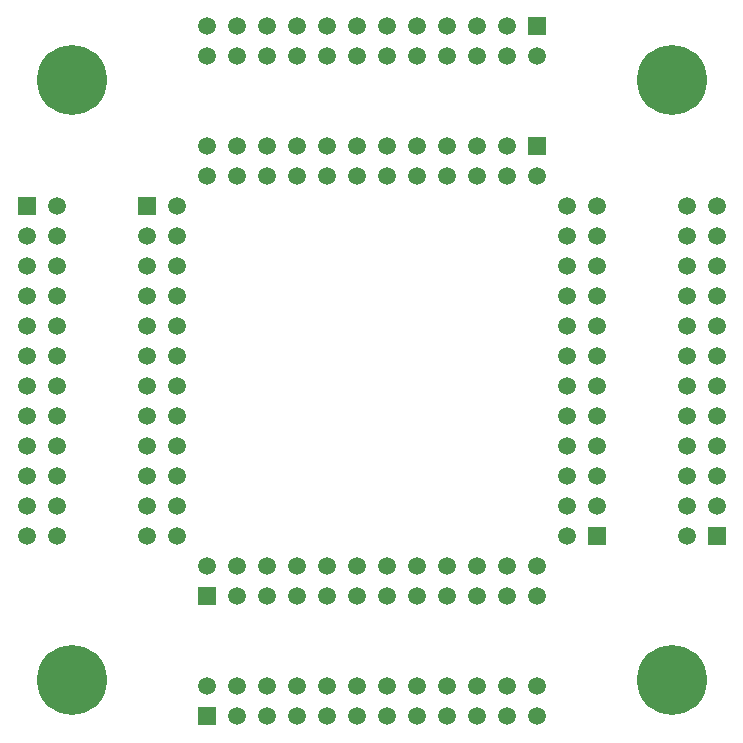
<source format=gbl>
G04*
G04 #@! TF.GenerationSoftware,Altium Limited,Altium Designer,19.1.5 (86)*
G04*
G04 Layer_Physical_Order=2*
G04 Layer_Color=16711680*
%FSLAX25Y25*%
%MOIN*%
G70*
G01*
G75*
%ADD21C,0.05906*%
%ADD22R,0.05906X0.05906*%
%ADD23R,0.05906X0.05906*%
%ADD24C,0.23312*%
D21*
X67900Y227400D02*
D03*
X77900D02*
D03*
X87900D02*
D03*
X97900D02*
D03*
X107900D02*
D03*
X117900D02*
D03*
X127900D02*
D03*
X137900D02*
D03*
X147900D02*
D03*
X157900D02*
D03*
X167900D02*
D03*
X177900D02*
D03*
X67900Y237400D02*
D03*
X77900D02*
D03*
X87900D02*
D03*
X97900D02*
D03*
X107900D02*
D03*
X117900D02*
D03*
X127900D02*
D03*
X137900D02*
D03*
X147900D02*
D03*
X157900D02*
D03*
X167900D02*
D03*
X227900Y177400D02*
D03*
Y167400D02*
D03*
Y157400D02*
D03*
Y147400D02*
D03*
Y137400D02*
D03*
Y127400D02*
D03*
Y117400D02*
D03*
Y107400D02*
D03*
Y97400D02*
D03*
Y87400D02*
D03*
Y77400D02*
D03*
Y67400D02*
D03*
X237900Y177400D02*
D03*
Y167400D02*
D03*
Y157400D02*
D03*
Y147400D02*
D03*
Y137400D02*
D03*
Y127400D02*
D03*
Y117400D02*
D03*
Y107400D02*
D03*
Y97400D02*
D03*
Y87400D02*
D03*
Y77400D02*
D03*
X177900Y17400D02*
D03*
X167900D02*
D03*
X157900D02*
D03*
X147900D02*
D03*
X137900D02*
D03*
X127900D02*
D03*
X117900D02*
D03*
X107900D02*
D03*
X97900D02*
D03*
X87900D02*
D03*
X77900D02*
D03*
X67900D02*
D03*
X177900Y7400D02*
D03*
X167900D02*
D03*
X157900D02*
D03*
X147900D02*
D03*
X137900D02*
D03*
X127900D02*
D03*
X117900D02*
D03*
X107900D02*
D03*
X97900D02*
D03*
X87900D02*
D03*
X77900D02*
D03*
X17900Y67400D02*
D03*
Y77400D02*
D03*
Y87400D02*
D03*
Y97400D02*
D03*
Y107400D02*
D03*
Y117400D02*
D03*
Y127400D02*
D03*
Y137400D02*
D03*
Y147400D02*
D03*
Y157400D02*
D03*
Y167400D02*
D03*
Y177400D02*
D03*
X7900Y67400D02*
D03*
Y77400D02*
D03*
Y87400D02*
D03*
Y97400D02*
D03*
Y107400D02*
D03*
Y117400D02*
D03*
Y127400D02*
D03*
Y137400D02*
D03*
Y147400D02*
D03*
Y157400D02*
D03*
Y167400D02*
D03*
X67900Y187400D02*
D03*
X77900D02*
D03*
X87900D02*
D03*
X97900D02*
D03*
X107900D02*
D03*
X117900D02*
D03*
X127900D02*
D03*
X137900D02*
D03*
X147900D02*
D03*
X157900D02*
D03*
X167900D02*
D03*
X177900D02*
D03*
X67900Y197400D02*
D03*
X77900D02*
D03*
X87900D02*
D03*
X97900D02*
D03*
X107900D02*
D03*
X117900D02*
D03*
X127900D02*
D03*
X137900D02*
D03*
X147900D02*
D03*
X157900D02*
D03*
X167900D02*
D03*
X187900Y177400D02*
D03*
Y167400D02*
D03*
Y157400D02*
D03*
Y147400D02*
D03*
Y137400D02*
D03*
Y127400D02*
D03*
Y117400D02*
D03*
Y107400D02*
D03*
Y97400D02*
D03*
Y87400D02*
D03*
Y77400D02*
D03*
Y67400D02*
D03*
X197900Y177400D02*
D03*
Y167400D02*
D03*
Y157400D02*
D03*
Y147400D02*
D03*
Y137400D02*
D03*
Y127400D02*
D03*
Y117400D02*
D03*
Y107400D02*
D03*
Y97400D02*
D03*
Y87400D02*
D03*
Y77400D02*
D03*
X57900Y67400D02*
D03*
Y77400D02*
D03*
Y87400D02*
D03*
Y97400D02*
D03*
Y107400D02*
D03*
Y117400D02*
D03*
Y127400D02*
D03*
Y137400D02*
D03*
Y147400D02*
D03*
Y157400D02*
D03*
Y167400D02*
D03*
Y177400D02*
D03*
X47900Y67400D02*
D03*
Y77400D02*
D03*
Y87400D02*
D03*
Y97400D02*
D03*
Y107400D02*
D03*
Y117400D02*
D03*
Y127400D02*
D03*
Y137400D02*
D03*
Y147400D02*
D03*
Y157400D02*
D03*
Y167400D02*
D03*
X177900Y57400D02*
D03*
X167900D02*
D03*
X157900D02*
D03*
X147900D02*
D03*
X137900D02*
D03*
X127900D02*
D03*
X117900D02*
D03*
X107900D02*
D03*
X97900D02*
D03*
X87900D02*
D03*
X77900D02*
D03*
X67900D02*
D03*
X177900Y47400D02*
D03*
X167900D02*
D03*
X157900D02*
D03*
X147900D02*
D03*
X137900D02*
D03*
X127900D02*
D03*
X117900D02*
D03*
X107900D02*
D03*
X97900D02*
D03*
X87900D02*
D03*
X77900D02*
D03*
D22*
X177900Y237400D02*
D03*
X67900Y7400D02*
D03*
X177900Y197400D02*
D03*
X67900Y47400D02*
D03*
D23*
X237900Y67400D02*
D03*
X7900Y177400D02*
D03*
X197900Y67400D02*
D03*
X47900Y177400D02*
D03*
D24*
X22900Y219400D02*
D03*
Y19400D02*
D03*
X222900D02*
D03*
Y219400D02*
D03*
M02*

</source>
